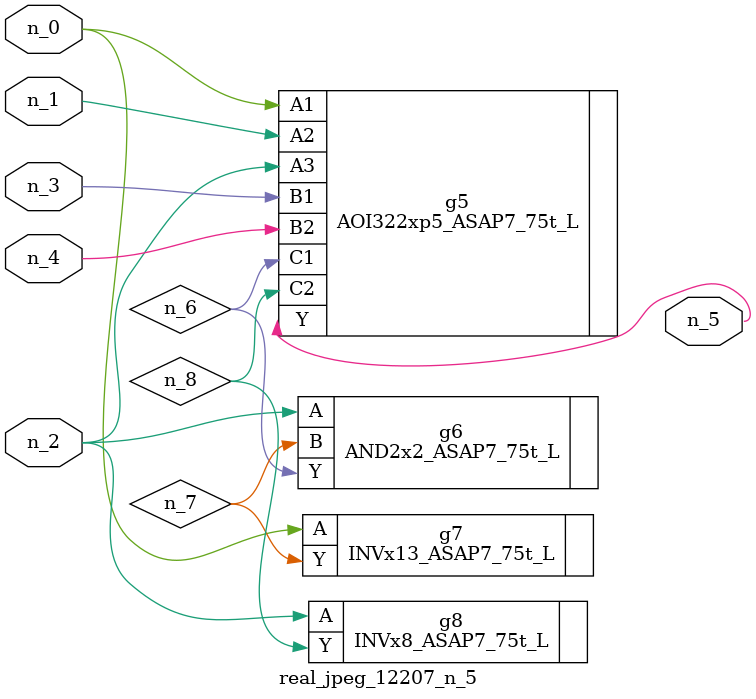
<source format=v>
module real_jpeg_12207_n_5 (n_4, n_0, n_1, n_2, n_3, n_5);

input n_4;
input n_0;
input n_1;
input n_2;
input n_3;

output n_5;

wire n_8;
wire n_6;
wire n_7;

AOI322xp5_ASAP7_75t_L g5 ( 
.A1(n_0),
.A2(n_1),
.A3(n_2),
.B1(n_3),
.B2(n_4),
.C1(n_6),
.C2(n_8),
.Y(n_5)
);

INVx13_ASAP7_75t_L g7 ( 
.A(n_0),
.Y(n_7)
);

AND2x2_ASAP7_75t_L g6 ( 
.A(n_2),
.B(n_7),
.Y(n_6)
);

INVx8_ASAP7_75t_L g8 ( 
.A(n_2),
.Y(n_8)
);


endmodule
</source>
